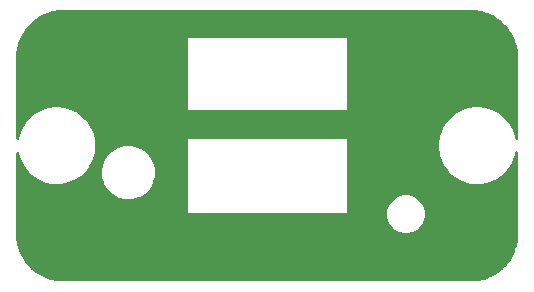
<source format=gbr>
%TF.GenerationSoftware,KiCad,Pcbnew,(6.0.6)*%
%TF.CreationDate,2022-08-23T20:39:57+01:00*%
%TF.ProjectId,rearcase,72656172-6361-4736-952e-6b696361645f,rev?*%
%TF.SameCoordinates,Original*%
%TF.FileFunction,Copper,L2,Bot*%
%TF.FilePolarity,Positive*%
%FSLAX46Y46*%
G04 Gerber Fmt 4.6, Leading zero omitted, Abs format (unit mm)*
G04 Created by KiCad (PCBNEW (6.0.6)) date 2022-08-23 20:39:57*
%MOMM*%
%LPD*%
G01*
G04 APERTURE LIST*
%TA.AperFunction,ViaPad*%
%ADD10C,0.600000*%
%TD*%
G04 APERTURE END LIST*
D10*
%TO.N,GND*%
X171250000Y-105500000D03*
X171250000Y-90500000D03*
X136750000Y-90500000D03*
X136750000Y-105500000D03*
X154000000Y-96250000D03*
%TD*%
%TA.AperFunction,NonConductor*%
G36*
X171249962Y-86501066D02*
G01*
X171250000Y-86501082D01*
X171250034Y-86501068D01*
X171252903Y-86501134D01*
X171595532Y-86516975D01*
X171599579Y-86517174D01*
X171614092Y-86517887D01*
X171625314Y-86518943D01*
X171869912Y-86553063D01*
X171870991Y-86553219D01*
X171920889Y-86560620D01*
X171991252Y-86571058D01*
X172001582Y-86573035D01*
X172132766Y-86603889D01*
X172222031Y-86624884D01*
X172223798Y-86625313D01*
X172361543Y-86659816D01*
X172370970Y-86662572D01*
X172577622Y-86731836D01*
X172580027Y-86732669D01*
X172666825Y-86763725D01*
X172721632Y-86783335D01*
X172730050Y-86786694D01*
X172849388Y-86839387D01*
X172925337Y-86872922D01*
X172928315Y-86874283D01*
X173068246Y-86940465D01*
X173075684Y-86944291D01*
X173259894Y-87046896D01*
X173263306Y-87048867D01*
X173398231Y-87129738D01*
X173404659Y-87133861D01*
X173577392Y-87252185D01*
X173581162Y-87254873D01*
X173708621Y-87349403D01*
X173714058Y-87353671D01*
X173874464Y-87486871D01*
X173878585Y-87490447D01*
X173996613Y-87597421D01*
X174001092Y-87601686D01*
X174148314Y-87748908D01*
X174152579Y-87753387D01*
X174259553Y-87871415D01*
X174263129Y-87875536D01*
X174396329Y-88035942D01*
X174400591Y-88041371D01*
X174495127Y-88168838D01*
X174497815Y-88172608D01*
X174616138Y-88345339D01*
X174620261Y-88351768D01*
X174701133Y-88486694D01*
X174703104Y-88490106D01*
X174805708Y-88674314D01*
X174809535Y-88681754D01*
X174875717Y-88821685D01*
X174877078Y-88824663D01*
X174895515Y-88866418D01*
X174963306Y-89019950D01*
X174966665Y-89028368D01*
X174986275Y-89083175D01*
X175017331Y-89169973D01*
X175018164Y-89172378D01*
X175087428Y-89379030D01*
X175090184Y-89388457D01*
X175124687Y-89526202D01*
X175125116Y-89527969D01*
X175146111Y-89617234D01*
X175176965Y-89748418D01*
X175178942Y-89758748D01*
X175189380Y-89829111D01*
X175196781Y-89879009D01*
X175196937Y-89880088D01*
X175231057Y-90124686D01*
X175232113Y-90135908D01*
X175233006Y-90154075D01*
X175233024Y-90154442D01*
X175248866Y-90497097D01*
X175248932Y-90499966D01*
X175248918Y-90500000D01*
X175248934Y-90500038D01*
X175249000Y-90502916D01*
X175249000Y-97375757D01*
X175228998Y-97443878D01*
X175175342Y-97490371D01*
X175105068Y-97500475D01*
X175040488Y-97470981D01*
X175002104Y-97411255D01*
X174999030Y-97396804D01*
X174998891Y-97396831D01*
X174998241Y-97393425D01*
X174997780Y-97389991D01*
X174948203Y-97190404D01*
X174912367Y-97046136D01*
X174912365Y-97046129D01*
X174911530Y-97042768D01*
X174787698Y-96707108D01*
X174696822Y-96525238D01*
X174629326Y-96390156D01*
X174629322Y-96390149D01*
X174627780Y-96387063D01*
X174433709Y-96086499D01*
X174304419Y-95927691D01*
X174210012Y-95811729D01*
X174210005Y-95811722D01*
X174207827Y-95809046D01*
X173952863Y-95558056D01*
X173671897Y-95336560D01*
X173368322Y-95147234D01*
X173365196Y-95145733D01*
X173365187Y-95145728D01*
X173195759Y-95064370D01*
X173045804Y-94992363D01*
X173004019Y-94977689D01*
X172711499Y-94874963D01*
X172711491Y-94874961D01*
X172708240Y-94873819D01*
X172704878Y-94873040D01*
X172704872Y-94873038D01*
X172492887Y-94823903D01*
X172359705Y-94793033D01*
X172356288Y-94792629D01*
X172356279Y-94792627D01*
X172007115Y-94751301D01*
X172007114Y-94751301D01*
X172004411Y-94750981D01*
X172001696Y-94750896D01*
X172001687Y-94750895D01*
X171976731Y-94750111D01*
X171957286Y-94749500D01*
X171710183Y-94749500D01*
X171708464Y-94749595D01*
X171708449Y-94749595D01*
X171566311Y-94757418D01*
X171442766Y-94764217D01*
X171439354Y-94764785D01*
X171439344Y-94764786D01*
X171196045Y-94805283D01*
X171089847Y-94822959D01*
X170745505Y-94920073D01*
X170413900Y-95054387D01*
X170410848Y-95056034D01*
X170102086Y-95222633D01*
X170102082Y-95222636D01*
X170099036Y-95224279D01*
X170096188Y-95226248D01*
X170096187Y-95226248D01*
X169807557Y-95425731D01*
X169807551Y-95425735D01*
X169804716Y-95427695D01*
X169534496Y-95662181D01*
X169532148Y-95664721D01*
X169532146Y-95664723D01*
X169398735Y-95809046D01*
X169291638Y-95924903D01*
X169289579Y-95927691D01*
X169081140Y-96209894D01*
X169081135Y-96209902D01*
X169079077Y-96212688D01*
X168899379Y-96522060D01*
X168754715Y-96849283D01*
X168646833Y-97190404D01*
X168646158Y-97193797D01*
X168646156Y-97193805D01*
X168601182Y-97419906D01*
X168577034Y-97541304D01*
X168546163Y-97897744D01*
X168549271Y-98029639D01*
X168553347Y-98202575D01*
X168554592Y-98255419D01*
X168602220Y-98610009D01*
X168603056Y-98613373D01*
X168603056Y-98613375D01*
X168663782Y-98857842D01*
X168688470Y-98957232D01*
X168812302Y-99292892D01*
X168888756Y-99445899D01*
X168970674Y-99609844D01*
X168970678Y-99609851D01*
X168972220Y-99612937D01*
X169166291Y-99913501D01*
X169180414Y-99930848D01*
X169389988Y-100188271D01*
X169389995Y-100188278D01*
X169392173Y-100190954D01*
X169647137Y-100441944D01*
X169928103Y-100663440D01*
X170231678Y-100852766D01*
X170234804Y-100854267D01*
X170234813Y-100854272D01*
X170356590Y-100912748D01*
X170554196Y-101007637D01*
X170557465Y-101008785D01*
X170888501Y-101125037D01*
X170888509Y-101125039D01*
X170891760Y-101126181D01*
X170895122Y-101126960D01*
X170895128Y-101126962D01*
X171033671Y-101159074D01*
X171240295Y-101206967D01*
X171243712Y-101207371D01*
X171243721Y-101207373D01*
X171592885Y-101248699D01*
X171595589Y-101249019D01*
X171598304Y-101249104D01*
X171598313Y-101249105D01*
X171623269Y-101249889D01*
X171642714Y-101250500D01*
X171889817Y-101250500D01*
X171891536Y-101250405D01*
X171891551Y-101250405D01*
X172033689Y-101242582D01*
X172157234Y-101235783D01*
X172160646Y-101235215D01*
X172160656Y-101235214D01*
X172411406Y-101193477D01*
X172510153Y-101177041D01*
X172854495Y-101079927D01*
X173186100Y-100945613D01*
X173416038Y-100821545D01*
X173497914Y-100777367D01*
X173497918Y-100777364D01*
X173500964Y-100775721D01*
X173663422Y-100663440D01*
X173792443Y-100574269D01*
X173792449Y-100574265D01*
X173795284Y-100572305D01*
X174065504Y-100337819D01*
X174199019Y-100193384D01*
X174306014Y-100077637D01*
X174308362Y-100075097D01*
X174425738Y-99916183D01*
X174518860Y-99790106D01*
X174518865Y-99790098D01*
X174520923Y-99787312D01*
X174549302Y-99738455D01*
X174698880Y-99480937D01*
X174700621Y-99477940D01*
X174845285Y-99150717D01*
X174953167Y-98809596D01*
X174990037Y-98624243D01*
X174999421Y-98577064D01*
X175032329Y-98514155D01*
X175094024Y-98479023D01*
X175164919Y-98482823D01*
X175222505Y-98524349D01*
X175248499Y-98590416D01*
X175249000Y-98601646D01*
X175249000Y-105497084D01*
X175248934Y-105499962D01*
X175248918Y-105500000D01*
X175248932Y-105500034D01*
X175248866Y-105502903D01*
X175233024Y-105845558D01*
X175233006Y-105845925D01*
X175232113Y-105864092D01*
X175231057Y-105875314D01*
X175196937Y-106119912D01*
X175196781Y-106120991D01*
X175178942Y-106241252D01*
X175176965Y-106251582D01*
X175146111Y-106382766D01*
X175125116Y-106472031D01*
X175124687Y-106473798D01*
X175090184Y-106611543D01*
X175087428Y-106620970D01*
X175018164Y-106827622D01*
X175017331Y-106830027D01*
X174986275Y-106916825D01*
X174966665Y-106971632D01*
X174963306Y-106980050D01*
X174910613Y-107099388D01*
X174877078Y-107175337D01*
X174875717Y-107178315D01*
X174809535Y-107318246D01*
X174805709Y-107325684D01*
X174703104Y-107509894D01*
X174701133Y-107513306D01*
X174620262Y-107648231D01*
X174616139Y-107654659D01*
X174497815Y-107827392D01*
X174495127Y-107831162D01*
X174400597Y-107958621D01*
X174396329Y-107964058D01*
X174263129Y-108124464D01*
X174259553Y-108128585D01*
X174152579Y-108246613D01*
X174148314Y-108251092D01*
X174001092Y-108398314D01*
X173996613Y-108402579D01*
X173878585Y-108509553D01*
X173874464Y-108513129D01*
X173714058Y-108646329D01*
X173708629Y-108650591D01*
X173581162Y-108745127D01*
X173577392Y-108747815D01*
X173404661Y-108866138D01*
X173398232Y-108870261D01*
X173263306Y-108951133D01*
X173259894Y-108953104D01*
X173075686Y-109055708D01*
X173068246Y-109059535D01*
X172928315Y-109125717D01*
X172925337Y-109127078D01*
X172849388Y-109160613D01*
X172730050Y-109213306D01*
X172721632Y-109216665D01*
X172666825Y-109236275D01*
X172580027Y-109267331D01*
X172577622Y-109268164D01*
X172370970Y-109337428D01*
X172361543Y-109340184D01*
X172223798Y-109374687D01*
X172222031Y-109375116D01*
X172132766Y-109396111D01*
X172001582Y-109426965D01*
X171991252Y-109428942D01*
X171920889Y-109439380D01*
X171870991Y-109446781D01*
X171869912Y-109446937D01*
X171625314Y-109481057D01*
X171614092Y-109482113D01*
X171599579Y-109482826D01*
X171595532Y-109483025D01*
X171252903Y-109498866D01*
X171250034Y-109498932D01*
X171250000Y-109498918D01*
X171249962Y-109498934D01*
X171247084Y-109499000D01*
X136752916Y-109499000D01*
X136750038Y-109498934D01*
X136750000Y-109498918D01*
X136749966Y-109498932D01*
X136747097Y-109498866D01*
X136404468Y-109483025D01*
X136400421Y-109482826D01*
X136385908Y-109482113D01*
X136374686Y-109481057D01*
X136130088Y-109446937D01*
X136129009Y-109446781D01*
X136079111Y-109439380D01*
X136008748Y-109428942D01*
X135998418Y-109426965D01*
X135867234Y-109396111D01*
X135777969Y-109375116D01*
X135776202Y-109374687D01*
X135638457Y-109340184D01*
X135629030Y-109337428D01*
X135422378Y-109268164D01*
X135419973Y-109267331D01*
X135333175Y-109236275D01*
X135278368Y-109216665D01*
X135269950Y-109213306D01*
X135150612Y-109160613D01*
X135074663Y-109127078D01*
X135071685Y-109125717D01*
X134931754Y-109059535D01*
X134924314Y-109055708D01*
X134740106Y-108953104D01*
X134736694Y-108951133D01*
X134601768Y-108870261D01*
X134595339Y-108866138D01*
X134422608Y-108747815D01*
X134418838Y-108745127D01*
X134291371Y-108650591D01*
X134285942Y-108646329D01*
X134125536Y-108513129D01*
X134121415Y-108509553D01*
X134003387Y-108402579D01*
X133998908Y-108398314D01*
X133851686Y-108251092D01*
X133847421Y-108246613D01*
X133740447Y-108128585D01*
X133736871Y-108124464D01*
X133603671Y-107964058D01*
X133599403Y-107958621D01*
X133504873Y-107831162D01*
X133502185Y-107827392D01*
X133383861Y-107654659D01*
X133379738Y-107648231D01*
X133298867Y-107513306D01*
X133296896Y-107509894D01*
X133194291Y-107325684D01*
X133190465Y-107318246D01*
X133124283Y-107178315D01*
X133122922Y-107175337D01*
X133089387Y-107099388D01*
X133036694Y-106980050D01*
X133033335Y-106971632D01*
X133013725Y-106916825D01*
X132982669Y-106830027D01*
X132981836Y-106827622D01*
X132912572Y-106620970D01*
X132909816Y-106611543D01*
X132875313Y-106473798D01*
X132874884Y-106472031D01*
X132853889Y-106382766D01*
X132823035Y-106251582D01*
X132821058Y-106241252D01*
X132803219Y-106120991D01*
X132803063Y-106119912D01*
X132768943Y-105875314D01*
X132767887Y-105864092D01*
X132766994Y-105845925D01*
X132766976Y-105845558D01*
X132751134Y-105502903D01*
X132751068Y-105500034D01*
X132751082Y-105500000D01*
X132751066Y-105499962D01*
X132751000Y-105497084D01*
X132751000Y-103800000D01*
X164145052Y-103800000D01*
X164164812Y-104051069D01*
X164223604Y-104295956D01*
X164319981Y-104528631D01*
X164451570Y-104743365D01*
X164615130Y-104934870D01*
X164806635Y-105098430D01*
X165021369Y-105230019D01*
X165025939Y-105231912D01*
X165025943Y-105231914D01*
X165249471Y-105324502D01*
X165254044Y-105326396D01*
X165338907Y-105346770D01*
X165494118Y-105384033D01*
X165494124Y-105384034D01*
X165498931Y-105385188D01*
X165750000Y-105404948D01*
X166001069Y-105385188D01*
X166005876Y-105384034D01*
X166005882Y-105384033D01*
X166161093Y-105346770D01*
X166245956Y-105326396D01*
X166250529Y-105324502D01*
X166474057Y-105231914D01*
X166474061Y-105231912D01*
X166478631Y-105230019D01*
X166693365Y-105098430D01*
X166884870Y-104934870D01*
X167048430Y-104743365D01*
X167180019Y-104528631D01*
X167276396Y-104295956D01*
X167335188Y-104051069D01*
X167354948Y-103800000D01*
X167335188Y-103548931D01*
X167276396Y-103304044D01*
X167180019Y-103071369D01*
X167048430Y-102856635D01*
X166884870Y-102665130D01*
X166693365Y-102501570D01*
X166478631Y-102369981D01*
X166474061Y-102368088D01*
X166474057Y-102368086D01*
X166250529Y-102275498D01*
X166250527Y-102275497D01*
X166245956Y-102273604D01*
X166161093Y-102253230D01*
X166005882Y-102215967D01*
X166005876Y-102215966D01*
X166001069Y-102214812D01*
X165750000Y-102195052D01*
X165498931Y-102214812D01*
X165494124Y-102215966D01*
X165494118Y-102215967D01*
X165338907Y-102253230D01*
X165254044Y-102273604D01*
X165249473Y-102275497D01*
X165249471Y-102275498D01*
X165025943Y-102368086D01*
X165025939Y-102368088D01*
X165021369Y-102369981D01*
X164806635Y-102501570D01*
X164615130Y-102665130D01*
X164451570Y-102856635D01*
X164319981Y-103071369D01*
X164223604Y-103304044D01*
X164164812Y-103548931D01*
X164145052Y-103800000D01*
X132751000Y-103800000D01*
X132751000Y-103700000D01*
X147248918Y-103700000D01*
X147249000Y-103700198D01*
X147249235Y-103700765D01*
X147250000Y-103701082D01*
X147250198Y-103701000D01*
X160749802Y-103701000D01*
X160750000Y-103701082D01*
X160750765Y-103700765D01*
X160751000Y-103700198D01*
X160751082Y-103700000D01*
X160751000Y-103699802D01*
X160751000Y-97400198D01*
X160751082Y-97400000D01*
X160750765Y-97399235D01*
X160750198Y-97399000D01*
X160750000Y-97398918D01*
X160749802Y-97399000D01*
X147250198Y-97399000D01*
X147250000Y-97398918D01*
X147249802Y-97399000D01*
X147249235Y-97399235D01*
X147248918Y-97400000D01*
X147249000Y-97400198D01*
X147249000Y-103699802D01*
X147248918Y-103700000D01*
X132751000Y-103700000D01*
X132751000Y-98624243D01*
X132771002Y-98556122D01*
X132824658Y-98509629D01*
X132894932Y-98499525D01*
X132959512Y-98529019D01*
X132997896Y-98588745D01*
X133000970Y-98603196D01*
X133001109Y-98603169D01*
X133001759Y-98606574D01*
X133002220Y-98610009D01*
X133003056Y-98613373D01*
X133003056Y-98613375D01*
X133063782Y-98857842D01*
X133088470Y-98957232D01*
X133212302Y-99292892D01*
X133288756Y-99445899D01*
X133370674Y-99609844D01*
X133370678Y-99609851D01*
X133372220Y-99612937D01*
X133566291Y-99913501D01*
X133580414Y-99930848D01*
X133789988Y-100188271D01*
X133789995Y-100188278D01*
X133792173Y-100190954D01*
X134047137Y-100441944D01*
X134328103Y-100663440D01*
X134631678Y-100852766D01*
X134634804Y-100854267D01*
X134634813Y-100854272D01*
X134756590Y-100912748D01*
X134954196Y-101007637D01*
X134957465Y-101008785D01*
X135288501Y-101125037D01*
X135288509Y-101125039D01*
X135291760Y-101126181D01*
X135295122Y-101126960D01*
X135295128Y-101126962D01*
X135433671Y-101159074D01*
X135640295Y-101206967D01*
X135643712Y-101207371D01*
X135643721Y-101207373D01*
X135992885Y-101248699D01*
X135995589Y-101249019D01*
X135998304Y-101249104D01*
X135998313Y-101249105D01*
X136023269Y-101249889D01*
X136042714Y-101250500D01*
X136289817Y-101250500D01*
X136291536Y-101250405D01*
X136291551Y-101250405D01*
X136433689Y-101242582D01*
X136557234Y-101235783D01*
X136560646Y-101235215D01*
X136560656Y-101235214D01*
X136811406Y-101193477D01*
X136910153Y-101177041D01*
X137254495Y-101079927D01*
X137586100Y-100945613D01*
X137816038Y-100821545D01*
X137897914Y-100777367D01*
X137897918Y-100777364D01*
X137900964Y-100775721D01*
X138063422Y-100663440D01*
X138192443Y-100574269D01*
X138192449Y-100574265D01*
X138195284Y-100572305D01*
X138465504Y-100337819D01*
X138475287Y-100327236D01*
X139994958Y-100327236D01*
X139995321Y-100331384D01*
X139995321Y-100331389D01*
X140004780Y-100439508D01*
X140021014Y-100625065D01*
X140086232Y-100916832D01*
X140087676Y-100920756D01*
X140087676Y-100920757D01*
X140155142Y-101104126D01*
X140189464Y-101197410D01*
X140191415Y-101201110D01*
X140191417Y-101201115D01*
X140217405Y-101250405D01*
X140328898Y-101461870D01*
X140502084Y-101705565D01*
X140705979Y-101924216D01*
X140937000Y-102113979D01*
X141191090Y-102271521D01*
X141463783Y-102394074D01*
X141638027Y-102446018D01*
X141746290Y-102478293D01*
X141746292Y-102478293D01*
X141750289Y-102479485D01*
X141754409Y-102480138D01*
X141754411Y-102480138D01*
X141872423Y-102498829D01*
X142045575Y-102526254D01*
X142088135Y-102528187D01*
X142137659Y-102530436D01*
X142137678Y-102530436D01*
X142139078Y-102530500D01*
X142325834Y-102530500D01*
X142548309Y-102515723D01*
X142841377Y-102456630D01*
X143124056Y-102359296D01*
X143127789Y-102357427D01*
X143127793Y-102357425D01*
X143387640Y-102227303D01*
X143387642Y-102227302D01*
X143391378Y-102225431D01*
X143638647Y-102057387D01*
X143861520Y-101858117D01*
X144056079Y-101631120D01*
X144218908Y-101380386D01*
X144347145Y-101110319D01*
X144356601Y-101080869D01*
X144437258Y-100829651D01*
X144437258Y-100829650D01*
X144438538Y-100825664D01*
X144467396Y-100665278D01*
X144490741Y-100535531D01*
X144490742Y-100535526D01*
X144491480Y-100531422D01*
X144495544Y-100441944D01*
X144504853Y-100236934D01*
X144504853Y-100236929D01*
X144505042Y-100232764D01*
X144501150Y-100188271D01*
X144491004Y-100072309D01*
X144478986Y-99934935D01*
X144413768Y-99643168D01*
X144310536Y-99362590D01*
X144275423Y-99295991D01*
X144173055Y-99101834D01*
X144173054Y-99101833D01*
X144171102Y-99098130D01*
X143997916Y-98854435D01*
X143794021Y-98635784D01*
X143563000Y-98446021D01*
X143308910Y-98288479D01*
X143036217Y-98165926D01*
X142811007Y-98098788D01*
X142753710Y-98081707D01*
X142753708Y-98081707D01*
X142749711Y-98080515D01*
X142745591Y-98079862D01*
X142745589Y-98079862D01*
X142627577Y-98061171D01*
X142454425Y-98033746D01*
X142411865Y-98031813D01*
X142362341Y-98029564D01*
X142362322Y-98029564D01*
X142360922Y-98029500D01*
X142174166Y-98029500D01*
X141951691Y-98044277D01*
X141658623Y-98103370D01*
X141375944Y-98200704D01*
X141372211Y-98202573D01*
X141372207Y-98202575D01*
X141196268Y-98290679D01*
X141108622Y-98334569D01*
X140861353Y-98502613D01*
X140858239Y-98505397D01*
X140858238Y-98505398D01*
X140725316Y-98624243D01*
X140638480Y-98701883D01*
X140443921Y-98928880D01*
X140385986Y-99018092D01*
X140302013Y-99147399D01*
X140281092Y-99179614D01*
X140152855Y-99449681D01*
X140061462Y-99734336D01*
X140008520Y-100028578D01*
X140008331Y-100032745D01*
X140008330Y-100032752D01*
X139995147Y-100323066D01*
X139994958Y-100327236D01*
X138475287Y-100327236D01*
X138599019Y-100193384D01*
X138706014Y-100077637D01*
X138708362Y-100075097D01*
X138825738Y-99916183D01*
X138918860Y-99790106D01*
X138918865Y-99790098D01*
X138920923Y-99787312D01*
X138949302Y-99738455D01*
X139098880Y-99480937D01*
X139100621Y-99477940D01*
X139245285Y-99150717D01*
X139353167Y-98809596D01*
X139390037Y-98624243D01*
X139422291Y-98462089D01*
X139422966Y-98458696D01*
X139424255Y-98443820D01*
X139453538Y-98105712D01*
X139453538Y-98105706D01*
X139453837Y-98102256D01*
X139449099Y-97901212D01*
X139445490Y-97748045D01*
X139445489Y-97748038D01*
X139445408Y-97744581D01*
X139397780Y-97389991D01*
X139348203Y-97190404D01*
X139312367Y-97046136D01*
X139312365Y-97046129D01*
X139311530Y-97042768D01*
X139187698Y-96707108D01*
X139096822Y-96525238D01*
X139029326Y-96390156D01*
X139029322Y-96390149D01*
X139027780Y-96387063D01*
X138833709Y-96086499D01*
X138704419Y-95927691D01*
X138610012Y-95811729D01*
X138610005Y-95811722D01*
X138607827Y-95809046D01*
X138352863Y-95558056D01*
X138071897Y-95336560D01*
X137768322Y-95147234D01*
X137765196Y-95145733D01*
X137765187Y-95145728D01*
X137595759Y-95064370D01*
X137461708Y-95000000D01*
X147248918Y-95000000D01*
X147249000Y-95000198D01*
X147249235Y-95000765D01*
X147250000Y-95001082D01*
X147250198Y-95001000D01*
X160749802Y-95001000D01*
X160750000Y-95001082D01*
X160750765Y-95000765D01*
X160751000Y-95000198D01*
X160751082Y-95000000D01*
X160751000Y-94999802D01*
X160751000Y-88860198D01*
X160751082Y-88860000D01*
X160750765Y-88859235D01*
X160750198Y-88859000D01*
X160750000Y-88858918D01*
X160749802Y-88859000D01*
X147250198Y-88859000D01*
X147250000Y-88858918D01*
X147249802Y-88859000D01*
X147249235Y-88859235D01*
X147248918Y-88860000D01*
X147249000Y-88860198D01*
X147249000Y-94999802D01*
X147248918Y-95000000D01*
X137461708Y-95000000D01*
X137445804Y-94992363D01*
X137404019Y-94977689D01*
X137111499Y-94874963D01*
X137111491Y-94874961D01*
X137108240Y-94873819D01*
X137104878Y-94873040D01*
X137104872Y-94873038D01*
X136892887Y-94823903D01*
X136759705Y-94793033D01*
X136756288Y-94792629D01*
X136756279Y-94792627D01*
X136407115Y-94751301D01*
X136407114Y-94751301D01*
X136404411Y-94750981D01*
X136401696Y-94750896D01*
X136401687Y-94750895D01*
X136376731Y-94750111D01*
X136357286Y-94749500D01*
X136110183Y-94749500D01*
X136108464Y-94749595D01*
X136108449Y-94749595D01*
X135966311Y-94757418D01*
X135842766Y-94764217D01*
X135839354Y-94764785D01*
X135839344Y-94764786D01*
X135596045Y-94805283D01*
X135489847Y-94822959D01*
X135145505Y-94920073D01*
X134813900Y-95054387D01*
X134810848Y-95056034D01*
X134502086Y-95222633D01*
X134502082Y-95222636D01*
X134499036Y-95224279D01*
X134496188Y-95226248D01*
X134496187Y-95226248D01*
X134207557Y-95425731D01*
X134207551Y-95425735D01*
X134204716Y-95427695D01*
X133934496Y-95662181D01*
X133932148Y-95664721D01*
X133932146Y-95664723D01*
X133798735Y-95809046D01*
X133691638Y-95924903D01*
X133689579Y-95927691D01*
X133481140Y-96209894D01*
X133481135Y-96209902D01*
X133479077Y-96212688D01*
X133299379Y-96522060D01*
X133154715Y-96849283D01*
X133046833Y-97190404D01*
X133046158Y-97193797D01*
X133046156Y-97193805D01*
X133000579Y-97422936D01*
X132967671Y-97485845D01*
X132905976Y-97520977D01*
X132835081Y-97517177D01*
X132777495Y-97475651D01*
X132751501Y-97409584D01*
X132751000Y-97398354D01*
X132751000Y-90502916D01*
X132751066Y-90500038D01*
X132751082Y-90500000D01*
X132751068Y-90499966D01*
X132751134Y-90497097D01*
X132766976Y-90154442D01*
X132766994Y-90154075D01*
X132767887Y-90135908D01*
X132768943Y-90124686D01*
X132803063Y-89880088D01*
X132803219Y-89879009D01*
X132810620Y-89829111D01*
X132821058Y-89758748D01*
X132823035Y-89748418D01*
X132853889Y-89617234D01*
X132874884Y-89527969D01*
X132875313Y-89526202D01*
X132909816Y-89388457D01*
X132912572Y-89379030D01*
X132981836Y-89172378D01*
X132982669Y-89169973D01*
X133013725Y-89083175D01*
X133033335Y-89028368D01*
X133036694Y-89019950D01*
X133104485Y-88866418D01*
X133122922Y-88824663D01*
X133124283Y-88821685D01*
X133190465Y-88681754D01*
X133194292Y-88674314D01*
X133296896Y-88490106D01*
X133298867Y-88486694D01*
X133379739Y-88351768D01*
X133383862Y-88345339D01*
X133502185Y-88172608D01*
X133504873Y-88168838D01*
X133599409Y-88041371D01*
X133603671Y-88035942D01*
X133736871Y-87875536D01*
X133740447Y-87871415D01*
X133847421Y-87753387D01*
X133851686Y-87748908D01*
X133998908Y-87601686D01*
X134003387Y-87597421D01*
X134121415Y-87490447D01*
X134125536Y-87486871D01*
X134285942Y-87353671D01*
X134291379Y-87349403D01*
X134418838Y-87254873D01*
X134422608Y-87252185D01*
X134595341Y-87133861D01*
X134601769Y-87129738D01*
X134736694Y-87048867D01*
X134740106Y-87046896D01*
X134924316Y-86944291D01*
X134931754Y-86940465D01*
X135071685Y-86874283D01*
X135074663Y-86872922D01*
X135150612Y-86839387D01*
X135269950Y-86786694D01*
X135278368Y-86783335D01*
X135333175Y-86763725D01*
X135419973Y-86732669D01*
X135422378Y-86731836D01*
X135629030Y-86662572D01*
X135638457Y-86659816D01*
X135776202Y-86625313D01*
X135777969Y-86624884D01*
X135867234Y-86603889D01*
X135998418Y-86573035D01*
X136008748Y-86571058D01*
X136079111Y-86560620D01*
X136129009Y-86553219D01*
X136130088Y-86553063D01*
X136374686Y-86518943D01*
X136385908Y-86517887D01*
X136400421Y-86517174D01*
X136404468Y-86516975D01*
X136747097Y-86501134D01*
X136749966Y-86501068D01*
X136750000Y-86501082D01*
X136750038Y-86501066D01*
X136752916Y-86501000D01*
X171247084Y-86501000D01*
X171249962Y-86501066D01*
G37*
%TD.AperFunction*%
M02*

</source>
